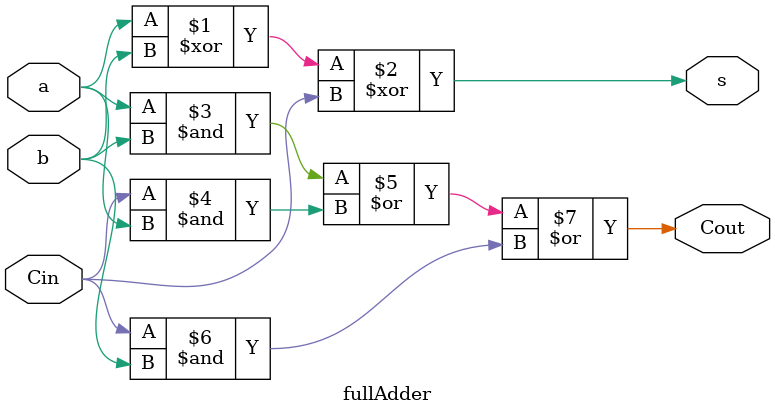
<source format=v>
`timescale 1ns / 1ps


module fullAdder(
    input a,
    input b,
    input Cin,
    output s,
    output Cout
    );
    
    assign s = a ^ b ^ Cin;
    assign Cout = (a & b) | (Cin & a) | (Cin & b);
    
endmodule

</source>
